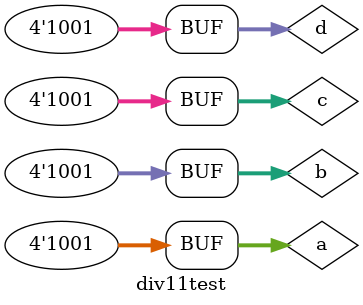
<source format=v>
`timescale 1ns / 1ps


module div11test;

	// Inputs
	reg [3:0] a;
	reg [3:0] b;
	reg [3:0] c;
	reg [3:0] d;
	
  	wire out;
	
	// Instantiate the Unit Under Test (UUT)
	div11 uut (
		.a(a), 
		.b(b), 
		.c(c), 
		.d(d),
		.out(out)
		
	);
	

	initial begin
		// Initialize Inputs
		a =1001;
		b = 1001;
		c =1001;
		d =1001;

		// Wait 100 ns for global reset to finish
		#100;
     	a = 1001;
		b = 1001;
		c = 1001;
		d = 1001;
		// Add stimulus here

	end
      
endmodule


</source>
